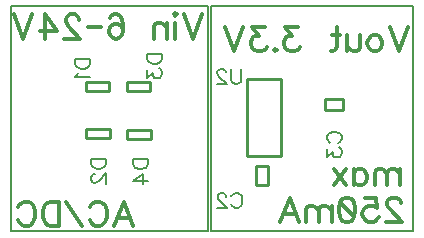
<source format=gbo>
G04 DipTrace 2.4.0.2*
%INLaserreguv2.GBO*%
%MOMM*%
%ADD10C,0.25*%
%ADD16C,0.155*%
%ADD55C,0.196*%
%ADD56C,0.314*%
%FSLAX53Y53*%
G04*
G71*
G90*
G75*
G01*
%LNBotSilk*%
%LPD*%
X8780Y13050D2*
D10*
X6780D1*
Y12250D1*
X8780D1*
Y13050D1*
X8830Y9100D2*
X6830D1*
Y8300D1*
X8830D1*
Y9100D1*
X12230Y13050D2*
X10230D1*
Y12250D1*
X12230D1*
Y13050D1*
X12280Y9000D2*
X10280D1*
Y8200D1*
X12280D1*
Y9000D1*
X27000Y11650D2*
X28550D1*
Y10650D1*
X27000D1*
Y11650D1*
X22200Y5900D2*
X21200D1*
Y4350D1*
X22200D1*
Y5900D1*
X20450Y13300D2*
X23350D1*
Y6800D1*
X20450D1*
Y13300D1*
X17400Y19450D2*
D16*
X34500D1*
Y400D1*
X17400D1*
Y19450D1*
X450D2*
X17100D1*
Y400D1*
X450D1*
Y19450D1*
X5870Y15024D2*
D55*
X7146D1*
Y14598D1*
X7084Y14416D1*
X6964Y14294D1*
X6842Y14233D1*
X6661Y14173D1*
X6356D1*
X6173Y14233D1*
X6053Y14294D1*
X5931Y14416D1*
X5870Y14598D1*
Y15024D1*
X6114Y13781D2*
X6053Y13659D1*
X5872Y13476D1*
X7146D1*
X7220Y6547D2*
X8496D1*
Y6121D1*
X8434Y5939D1*
X8314Y5817D1*
X8192Y5756D1*
X8011Y5696D1*
X7706D1*
X7523Y5756D1*
X7403Y5817D1*
X7281Y5939D1*
X7220Y6121D1*
Y6547D1*
X7525Y5242D2*
X7464D1*
X7342Y5182D1*
X7282Y5121D1*
X7222Y4999D1*
Y4756D1*
X7282Y4636D1*
X7342Y4575D1*
X7464Y4514D1*
X7585D1*
X7707Y4575D1*
X7888Y4696D1*
X8496Y5304D1*
Y4453D1*
X11970Y15447D2*
X13246D1*
Y15021D1*
X13184Y14839D1*
X13064Y14717D1*
X12942Y14656D1*
X12761Y14596D1*
X12456D1*
X12273Y14656D1*
X12153Y14717D1*
X12031Y14839D1*
X11970Y15021D1*
Y15447D1*
X11972Y14082D2*
Y13415D1*
X12457Y13779D1*
Y13596D1*
X12518Y13475D1*
X12578Y13415D1*
X12760Y13353D1*
X12881D1*
X13064Y13415D1*
X13186Y13536D1*
X13246Y13718D1*
Y13901D1*
X13186Y14082D1*
X13124Y14142D1*
X13003Y14204D1*
X10770Y6527D2*
X12046D1*
Y6102D1*
X11984Y5919D1*
X11864Y5797D1*
X11742Y5737D1*
X11561Y5676D1*
X11256D1*
X11073Y5737D1*
X10953Y5797D1*
X10831Y5919D1*
X10770Y6102D1*
Y6527D1*
X12046Y4676D2*
X10772D1*
X11621Y5284D1*
Y4373D1*
X27493Y7916D2*
X27373Y7976D1*
X27251Y8098D1*
X27190Y8219D1*
Y8462D1*
X27251Y8584D1*
X27373Y8705D1*
X27493Y8767D1*
X27676Y8827D1*
X27981D1*
X28162Y8767D1*
X28284Y8705D1*
X28404Y8584D1*
X28466Y8462D1*
Y8219D1*
X28404Y8098D1*
X28284Y7976D1*
X28162Y7916D1*
X27192Y7402D2*
Y6735D1*
X27677Y7098D1*
Y6916D1*
X27738Y6795D1*
X27798Y6735D1*
X27980Y6673D1*
X28101D1*
X28284Y6735D1*
X28406Y6856D1*
X28466Y7038D1*
Y7221D1*
X28406Y7402D1*
X28344Y7462D1*
X28223Y7524D1*
X19116Y3357D2*
X19176Y3477D1*
X19298Y3600D1*
X19419Y3660D1*
X19662D1*
X19784Y3600D1*
X19905Y3477D1*
X19967Y3357D1*
X20027Y3174D1*
Y2870D1*
X19967Y2688D1*
X19905Y2566D1*
X19784Y2446D1*
X19662Y2384D1*
X19419D1*
X19298Y2446D1*
X19176Y2566D1*
X19116Y2688D1*
X18662Y3355D2*
Y3416D1*
X18602Y3538D1*
X18541Y3598D1*
X18419Y3658D1*
X18176D1*
X18056Y3598D1*
X17995Y3538D1*
X17933Y3416D1*
Y3295D1*
X17995Y3173D1*
X18116Y2992D1*
X18724Y2384D1*
X17873D1*
X19947Y14160D2*
Y13249D1*
X19886Y13066D1*
X19764Y12946D1*
X19582Y12884D1*
X19461D1*
X19279Y12946D1*
X19156Y13066D1*
X19096Y13249D1*
Y14160D1*
X18642Y13855D2*
Y13916D1*
X18582Y14038D1*
X18521Y14098D1*
X18399Y14159D1*
X18156D1*
X18036Y14098D1*
X17975Y14038D1*
X17914Y13916D1*
Y13795D1*
X17975Y13673D1*
X18096Y13492D1*
X18704Y12884D1*
X17853D1*
X33392Y5675D2*
D56*
Y4314D1*
Y5286D2*
X33100Y5578D1*
X32905Y5675D1*
X32615D1*
X32420Y5578D1*
X32323Y5286D1*
Y4314D1*
Y5286D2*
X32031Y5578D1*
X31836Y5675D1*
X31546D1*
X31351Y5578D1*
X31252Y5286D1*
Y4314D1*
X29459Y5675D2*
Y4314D1*
Y5383D2*
X29652Y5578D1*
X29847Y5675D1*
X30137D1*
X30332Y5578D1*
X30526Y5383D1*
X30624Y5091D1*
Y4898D1*
X30526Y4606D1*
X30332Y4413D1*
X30137Y4314D1*
X29847D1*
X29652Y4413D1*
X29459Y4606D1*
X28831Y5675D2*
X27762Y4314D1*
Y5675D2*
X28831Y4314D1*
X16645Y18768D2*
X15868Y16726D1*
X15091Y18768D1*
X14463D2*
X14367Y18671D1*
X14268Y18768D1*
X14367Y18866D1*
X14463Y18768D1*
X14367Y18087D2*
Y16726D1*
X13640Y18087D2*
Y16726D1*
Y17698D2*
X13348Y17990D1*
X13153Y18087D1*
X12863D1*
X12668Y17990D1*
X12571Y17698D1*
Y16726D1*
X8803Y18476D2*
X8899Y18669D1*
X9191Y18765D1*
X9384D1*
X9676Y18669D1*
X9872Y18377D1*
X9968Y17892D1*
Y17406D1*
X9872Y17018D1*
X9676Y16822D1*
X9384Y16726D1*
X9288D1*
X8998Y16822D1*
X8803Y17018D1*
X8706Y17310D1*
Y17406D1*
X8803Y17698D1*
X8998Y17892D1*
X9288Y17988D1*
X9384D1*
X9676Y17892D1*
X9872Y17698D1*
X9968Y17406D1*
X8079Y17746D2*
X6956D1*
X6229Y18280D2*
Y18377D1*
X6133Y18572D1*
X6036Y18669D1*
X5841Y18765D1*
X5452D1*
X5259Y18669D1*
X5162Y18572D1*
X5064Y18377D1*
Y18184D1*
X5162Y17988D1*
X5356Y17698D1*
X6328Y16726D1*
X4967D1*
X3367D2*
Y18765D1*
X4340Y17406D1*
X2882D1*
X2254Y18768D2*
X1477Y16726D1*
X700Y18768D1*
X9204Y870D2*
X9983Y2912D1*
X10760Y870D1*
X10468Y1550D2*
X9496D1*
X7119Y2426D2*
X7215Y2620D1*
X7411Y2815D1*
X7604Y2912D1*
X7992D1*
X8188Y2815D1*
X8381Y2620D1*
X8480Y2426D1*
X8576Y2134D1*
Y1647D1*
X8480Y1357D1*
X8381Y1162D1*
X8188Y969D1*
X7992Y870D1*
X7604D1*
X7411Y969D1*
X7215Y1162D1*
X7119Y1357D1*
X6491Y870D2*
X5130Y2909D1*
X4502Y2912D2*
Y870D1*
X3822D1*
X3530Y969D1*
X3334Y1162D1*
X3238Y1357D1*
X3141Y1647D1*
Y2134D1*
X3238Y2426D1*
X3334Y2620D1*
X3530Y2815D1*
X3822Y2912D1*
X4502D1*
X1056Y2426D2*
X1153Y2620D1*
X1348Y2815D1*
X1541Y2912D1*
X1930D1*
X2125Y2815D1*
X2318Y2620D1*
X2417Y2426D1*
X2514Y2134D1*
Y1647D1*
X2417Y1357D1*
X2318Y1162D1*
X2125Y969D1*
X1930Y870D1*
X1541D1*
X1348Y969D1*
X1153Y1162D1*
X1056Y1357D1*
X34076Y17696D2*
X33299Y15654D1*
X32522Y17696D1*
X31409Y17016D2*
X31602Y16919D1*
X31798Y16724D1*
X31894Y16432D1*
Y16238D1*
X31798Y15946D1*
X31602Y15753D1*
X31409Y15654D1*
X31117D1*
X30922Y15753D1*
X30729Y15946D1*
X30630Y16238D1*
Y16432D1*
X30729Y16724D1*
X30922Y16919D1*
X31117Y17016D1*
X31409D1*
X30002D2*
Y16043D1*
X29906Y15753D1*
X29710Y15654D1*
X29418D1*
X29225Y15753D1*
X28933Y16043D1*
Y17016D2*
Y15654D1*
X28014Y17696D2*
Y16043D1*
X27917Y15753D1*
X27722Y15654D1*
X27529D1*
X28306Y17016D2*
X27625D1*
X24731Y17694D2*
X23664D1*
X24245Y16917D1*
X23953D1*
X23760Y16820D1*
X23664Y16724D1*
X23565Y16432D1*
Y16238D1*
X23664Y15946D1*
X23857Y15751D1*
X24149Y15654D1*
X24441D1*
X24731Y15751D1*
X24827Y15850D1*
X24926Y16043D1*
X22841Y15850D2*
X22937Y15751D1*
X22841Y15654D1*
X22742Y15751D1*
X22841Y15850D1*
X21919Y17694D2*
X20852D1*
X21434Y16917D1*
X21142D1*
X20949Y16820D1*
X20852Y16724D1*
X20753Y16432D1*
Y16238D1*
X20852Y15946D1*
X21045Y15751D1*
X21337Y15654D1*
X21629D1*
X21919Y15751D1*
X22016Y15850D1*
X22114Y16043D1*
X20126Y17696D2*
X19349Y15654D1*
X18571Y17696D1*
X33454Y2768D2*
Y2865D1*
X33357Y3060D1*
X33261Y3157D1*
X33065Y3253D1*
X32677D1*
X32483Y3157D1*
X32387Y3060D1*
X32288Y2865D1*
Y2672D1*
X32387Y2476D1*
X32580Y2186D1*
X33553Y1214D1*
X32191D1*
X30398Y3253D2*
X31369D1*
X31465Y2380D1*
X31369Y2476D1*
X31077Y2575D1*
X30787D1*
X30495Y2476D1*
X30299Y2283D1*
X30203Y1991D1*
Y1798D1*
X30299Y1506D1*
X30495Y1310D1*
X30787Y1214D1*
X31077D1*
X31369Y1310D1*
X31465Y1409D1*
X31564Y1602D1*
X28991Y3253D2*
X29283Y3157D1*
X29479Y2865D1*
X29575Y2380D1*
Y2088D1*
X29479Y1602D1*
X29283Y1310D1*
X28991Y1214D1*
X28798D1*
X28506Y1310D1*
X28313Y1602D1*
X28214Y2088D1*
Y2380D1*
X28313Y2865D1*
X28506Y3157D1*
X28798Y3253D1*
X28991D1*
X28313Y2865D2*
X29479Y1602D1*
X27587Y2575D2*
Y1214D1*
Y2186D2*
X27295Y2478D1*
X27099Y2575D1*
X26810D1*
X26614Y2478D1*
X26518Y2186D1*
Y1214D1*
Y2186D2*
X26226Y2478D1*
X26030Y2575D1*
X25740D1*
X25545Y2478D1*
X25446Y2186D1*
Y1214D1*
X23262D2*
X24041Y3256D1*
X24819Y1214D1*
X24527Y1894D2*
X23554D1*
M02*

</source>
